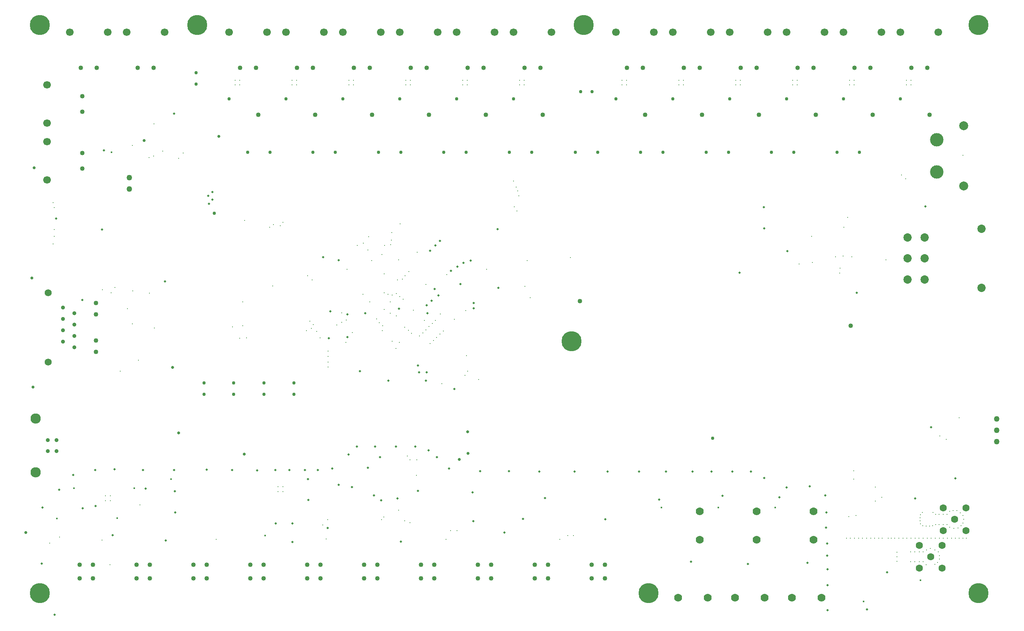
<source format=gbr>
%TF.GenerationSoftware,Altium Limited,Altium Designer,22.3.1 (43)*%
G04 Layer_Color=0*
%FSLAX26Y26*%
%MOIN*%
%TF.SameCoordinates,3F82FC8C-418D-4BEB-B435-CE00796308AD*%
%TF.FilePolarity,Positive*%
%TF.FileFunction,Plated,1,4,PTH,Drill*%
%TF.Part,Single*%
G01*
G75*
%TA.AperFunction,ComponentDrill*%
%ADD234C,0.020000*%
%ADD235C,0.020000*%
%ADD236C,0.090551*%
%ADD237C,0.035433*%
%ADD238C,0.177165*%
%ADD239C,0.062992*%
%ADD240C,0.073000*%
%ADD241C,0.040000*%
%ADD242C,0.070000*%
%ADD243C,0.050000*%
%ADD244C,0.040157*%
%ADD245C,0.066929*%
%ADD246C,0.030000*%
%ADD247C,0.078740*%
%ADD248C,0.118110*%
%ADD249C,0.040000*%
%ADD250C,0.040157*%
%ADD251C,0.066929*%
%ADD252C,0.029528*%
%ADD253C,0.029528*%
%ADD254C,0.062992*%
%ADD255C,0.035039*%
%ADD256C,0.061811*%
%TA.AperFunction,ViaDrill,NotFilled*%
%ADD257C,0.020000*%
%ADD258C,0.010000*%
%ADD259C,0.012000*%
%ADD260C,0.025000*%
%ADD261C,0.030000*%
%ADD262C,0.015000*%
%ADD263C,0.016000*%
D234*
X7613031Y4648032D02*
D03*
X4650000Y3195000D02*
D03*
X4585000D02*
D03*
X4575000Y3255000D02*
D03*
X9033681Y4655327D02*
D03*
X2737626Y4676672D02*
D03*
X2767375Y4714074D02*
D03*
X2729449Y4748453D02*
D03*
X2767375Y4779665D02*
D03*
X3876912Y4181123D02*
D03*
X4315000Y3120000D02*
D03*
X3782235Y1824733D02*
D03*
X3472398Y1865188D02*
D03*
X3325000D02*
D03*
X2180000Y2170000D02*
D03*
D235*
X5335615Y1783753D02*
D03*
X4722379Y3928004D02*
D03*
X4755440Y3872326D02*
D03*
X4948760Y3969762D02*
D03*
X4407375Y3753168D02*
D03*
X4693147Y3825000D02*
D03*
X4651264Y3784487D02*
D03*
X4656387Y3713076D02*
D03*
X5062766Y3758736D02*
D03*
Y3802932D02*
D03*
X4766456Y4350000D02*
D03*
X4728647Y4310000D02*
D03*
X4682051Y4264487D02*
D03*
X5037601Y4178553D02*
D03*
X4975271Y4158000D02*
D03*
X4922268Y4122876D02*
D03*
X4864123Y4088736D02*
D03*
X4110000Y3714047D02*
D03*
X3955000Y3705000D02*
D03*
X3805000Y3730000D02*
D03*
X4645000Y3120000D02*
D03*
X3740668Y4206393D02*
D03*
X3790000Y3495000D02*
D03*
X3955000Y3503534D02*
D03*
X2438347Y2148739D02*
D03*
D236*
X1213858Y2312992D02*
D03*
Y2787008D02*
D03*
D237*
X1320158Y2500787D02*
D03*
Y2599213D02*
D03*
X1398898D02*
D03*
Y2500787D02*
D03*
D238*
X5925000Y3466363D02*
D03*
X9500000Y1250000D02*
D03*
X6030000Y6250000D02*
D03*
X2635000D02*
D03*
X9500000D02*
D03*
X1250000D02*
D03*
X6600000Y1250000D02*
D03*
X1250000D02*
D03*
D239*
X9080000Y1570000D02*
D03*
X8980000Y1670000D02*
D03*
X9180000D02*
D03*
Y1470000D02*
D03*
X8980000D02*
D03*
D240*
X9526869Y4456958D02*
D03*
Y3936958D02*
D03*
X8876869Y4011958D02*
D03*
Y4196958D02*
D03*
Y4381958D02*
D03*
X9026869Y4011958D02*
D03*
Y4196958D02*
D03*
Y4381958D02*
D03*
D241*
X8379286Y3605073D02*
D03*
X5998693Y3820126D02*
D03*
D242*
X8050000Y1720000D02*
D03*
Y1970000D02*
D03*
X8120000Y1210000D02*
D03*
X7860000D02*
D03*
X7050000Y1720000D02*
D03*
Y1970000D02*
D03*
X7120000Y1210000D02*
D03*
X6860000D02*
D03*
X7360000D02*
D03*
X7620000D02*
D03*
X7550000Y1970000D02*
D03*
Y1720000D02*
D03*
D243*
X2038428Y4806425D02*
D03*
Y4906425D02*
D03*
X9660914Y2585000D02*
D03*
Y2785000D02*
D03*
Y2685000D02*
D03*
D244*
X3150000Y5875000D02*
D03*
X3012205D02*
D03*
X2218110Y1381890D02*
D03*
X2100000D02*
D03*
X2218110Y1500000D02*
D03*
X2100000D02*
D03*
X1718110Y1381890D02*
D03*
X1600000D02*
D03*
X1718110Y1500000D02*
D03*
X1600000D02*
D03*
X2600000D02*
D03*
X2718110D02*
D03*
X2600000Y1381890D02*
D03*
X2718110D02*
D03*
X3100000Y1500000D02*
D03*
X3218110D02*
D03*
X3100000Y1381890D02*
D03*
X3218110D02*
D03*
X3600000Y1500000D02*
D03*
X3718110D02*
D03*
X3600000Y1381890D02*
D03*
X3718110D02*
D03*
X4099994Y1499998D02*
D03*
X4218105D02*
D03*
X4099994Y1381888D02*
D03*
X4218105D02*
D03*
X4600000Y1500000D02*
D03*
X4718110D02*
D03*
X4600000Y1381890D02*
D03*
X4718110D02*
D03*
X5099994Y1499998D02*
D03*
X5218105D02*
D03*
X5099994Y1381888D02*
D03*
X5218105D02*
D03*
X5600000Y1500000D02*
D03*
X5718110D02*
D03*
X5600000Y1381890D02*
D03*
X5718110D02*
D03*
X6099994Y1499998D02*
D03*
X6218105D02*
D03*
X6099994Y1381888D02*
D03*
X6218105D02*
D03*
X3650000Y5875000D02*
D03*
X3512205D02*
D03*
X4150000D02*
D03*
X4012205D02*
D03*
X4650000D02*
D03*
X4512205D02*
D03*
X5150000D02*
D03*
X5012205D02*
D03*
X5650000D02*
D03*
X5512205D02*
D03*
X6550000D02*
D03*
X6412205D02*
D03*
X7050000D02*
D03*
X6912205D02*
D03*
X7550000D02*
D03*
X7412205D02*
D03*
X8050000D02*
D03*
X7912205D02*
D03*
X8550000D02*
D03*
X8412205D02*
D03*
X9050000D02*
D03*
X8912205D02*
D03*
X1750000D02*
D03*
X1612205D02*
D03*
X2250000D02*
D03*
X2112205D02*
D03*
D245*
X3248425Y6186417D02*
D03*
X2913780D02*
D03*
X3748425D02*
D03*
X3413780D02*
D03*
X4248425D02*
D03*
X3913780D02*
D03*
X4748425D02*
D03*
X4413779D02*
D03*
X5248425D02*
D03*
X4913779D02*
D03*
X5748425D02*
D03*
X5413779D02*
D03*
X6648425D02*
D03*
X6313779D02*
D03*
X7148425D02*
D03*
X6813779D02*
D03*
X7648425D02*
D03*
X7313779D02*
D03*
X8148425D02*
D03*
X7813779D02*
D03*
X8648425D02*
D03*
X8313780D02*
D03*
X9148425D02*
D03*
X8813780D02*
D03*
X1848425D02*
D03*
X1513780D02*
D03*
X2348425D02*
D03*
X2013780D02*
D03*
D246*
X7681575Y5130000D02*
D03*
X7878425D02*
D03*
X4226575D02*
D03*
X4423425D02*
D03*
X8256575D02*
D03*
X8453425D02*
D03*
X5376575D02*
D03*
X5573425D02*
D03*
X4801575D02*
D03*
X4998425D02*
D03*
X5956575D02*
D03*
X6153425D02*
D03*
X3076575D02*
D03*
X3273425D02*
D03*
X3651575D02*
D03*
X3848425D02*
D03*
X6531575D02*
D03*
X6728425D02*
D03*
X7106575D02*
D03*
X7303425D02*
D03*
D247*
X9370000Y4834252D02*
D03*
Y5365748D02*
D03*
D248*
X9133780Y4958268D02*
D03*
Y5241732D02*
D03*
D249*
X3670000Y5462005D02*
D03*
X4170000D02*
D03*
X4670000D02*
D03*
X5170000D02*
D03*
X5670000D02*
D03*
X6570000D02*
D03*
X7070000D02*
D03*
X7570000D02*
D03*
X8070000D02*
D03*
X8570000D02*
D03*
X9070000D02*
D03*
X3170000D02*
D03*
D250*
X1625000Y5625000D02*
D03*
Y5487205D02*
D03*
Y4987205D02*
D03*
Y5125000D02*
D03*
X1745158Y3474843D02*
D03*
Y3705157D02*
D03*
Y3374843D02*
D03*
Y3805157D02*
D03*
D251*
X1313583Y5723425D02*
D03*
Y5388779D02*
D03*
Y4888779D02*
D03*
Y5223425D02*
D03*
D252*
X2623851Y5831097D02*
D03*
Y5731097D02*
D03*
X2695000Y3100000D02*
D03*
Y3000000D02*
D03*
X2955000Y3100000D02*
D03*
Y3000000D02*
D03*
X3220000Y3100000D02*
D03*
Y3000000D02*
D03*
X3485000Y3100000D02*
D03*
Y3000000D02*
D03*
D253*
X6105000Y5665158D02*
D03*
X6005000D02*
D03*
D254*
X9290000Y1900000D02*
D03*
X9190000Y1800000D02*
D03*
Y2000000D02*
D03*
X9390000D02*
D03*
Y1800000D02*
D03*
D255*
X1555000Y3415000D02*
D03*
Y3515000D02*
D03*
Y3615000D02*
D03*
Y3715000D02*
D03*
X1455000Y3465000D02*
D03*
Y3565000D02*
D03*
Y3665000D02*
D03*
Y3765000D02*
D03*
D256*
X1325079Y3285079D02*
D03*
Y3894921D02*
D03*
D257*
X5279801Y3936700D02*
D03*
X4893022Y3046289D02*
D03*
X4065880Y3205000D02*
D03*
X2431345Y5471903D02*
D03*
X7822041Y4261489D02*
D03*
X7997816Y1519138D02*
D03*
X7475906Y1506339D02*
D03*
X6975906Y1528805D02*
D03*
X7752528Y2095244D02*
D03*
X7251815Y2108748D02*
D03*
X6695431Y2075000D02*
D03*
X6220000Y1901420D02*
D03*
X5497616Y1905000D02*
D03*
X5061220Y1884963D02*
D03*
X4423904Y1703000D02*
D03*
X3472284Y1702375D02*
D03*
X2358583Y1712992D02*
D03*
X2440945Y1962441D02*
D03*
X1889995Y1761501D02*
D03*
X1626063Y1999356D02*
D03*
X5275913Y4455000D02*
D03*
X1815404Y5147373D02*
D03*
X9298535Y2261964D02*
D03*
X8696314Y1433626D02*
D03*
X7618556Y4461659D02*
D03*
X8430013Y3894782D02*
D03*
X1623052Y3831198D02*
D03*
X2349706Y3994496D02*
D03*
X1796551Y4450440D02*
D03*
X7400000Y4070000D02*
D03*
X8521312Y1108584D02*
D03*
X1421699Y2160005D02*
D03*
X1545620Y2289490D02*
D03*
X1736159Y2334213D02*
D03*
X1906599Y2341102D02*
D03*
X1394541Y4547287D02*
D03*
X5690000Y2089304D02*
D03*
X8174376Y1100000D02*
D03*
X8172753Y1320000D02*
D03*
X8174376Y1460000D02*
D03*
X8170560Y1580000D02*
D03*
Y1688000D02*
D03*
X8161564Y1827000D02*
D03*
X8163188Y1961968D02*
D03*
X8945000Y2085851D02*
D03*
X8152761Y2110000D02*
D03*
X7813565Y2181832D02*
D03*
X8018228Y2192677D02*
D03*
X7618376Y2265000D02*
D03*
X7338832Y2320000D02*
D03*
X7499872D02*
D03*
X7154260D02*
D03*
X9085306Y2710000D02*
D03*
X5121663Y2325743D02*
D03*
X5375222D02*
D03*
X6987077Y2320000D02*
D03*
X6242274D02*
D03*
X6518376D02*
D03*
X6753967D02*
D03*
X5642520D02*
D03*
X5949557D02*
D03*
X1269046Y1512559D02*
D03*
X1275109Y2004192D02*
D03*
X1740000Y2017559D02*
D03*
X3160000Y2330441D02*
D03*
X3608228Y2254528D02*
D03*
X3612508Y2071211D02*
D03*
X4189297Y2111772D02*
D03*
X3876349Y2206034D02*
D03*
X3995024Y2182921D02*
D03*
X2718380Y2338518D02*
D03*
X2940896Y2335953D02*
D03*
X3320624Y2334213D02*
D03*
X3443740D02*
D03*
X3579715D02*
D03*
X3696006D02*
D03*
X3820233Y2349141D02*
D03*
X3962990Y2470580D02*
D03*
X4036142Y2540000D02*
D03*
X4134250Y2354053D02*
D03*
X4197585Y2540000D02*
D03*
X2158372Y2335953D02*
D03*
X2432348Y2334213D02*
D03*
X4251000Y2066575D02*
D03*
X4393127Y2084353D02*
D03*
X5054676Y2137654D02*
D03*
X4575000Y2152485D02*
D03*
X4847195Y2349141D02*
D03*
X4242007Y2449126D02*
D03*
X4549660Y2540000D02*
D03*
X4379869D02*
D03*
X4742274Y2446473D02*
D03*
X4667077Y2508162D02*
D03*
X1380669Y1060000D02*
D03*
D258*
X9395000Y1734476D02*
D03*
X9365102D02*
D03*
X9332224D02*
D03*
X9298535D02*
D03*
X9263325D02*
D03*
X9227559D02*
D03*
X9007044Y1961968D02*
D03*
X8990232Y1942539D02*
D03*
Y1860630D02*
D03*
X9070159Y1840000D02*
D03*
X9100490Y1960370D02*
D03*
X8785788Y1530551D02*
D03*
X4828981Y4056047D02*
D03*
X4311450Y3881510D02*
D03*
X4348582Y3873474D02*
D03*
X5560000Y3852528D02*
D03*
X4414393Y3862712D02*
D03*
X4445323Y3838920D02*
D03*
X4332594Y3814810D02*
D03*
X4461876Y4044860D02*
D03*
X4276132Y4059467D02*
D03*
X4438381Y4014546D02*
D03*
X4279100Y3895973D02*
D03*
X4644389Y3968154D02*
D03*
X5515000Y3951885D02*
D03*
X4395876Y4007266D02*
D03*
X4384741Y3886246D02*
D03*
X4494059Y4081885D02*
D03*
X5176872Y4102693D02*
D03*
X4257429Y4230085D02*
D03*
X4405000Y4185000D02*
D03*
X5534685Y4179044D02*
D03*
X2118004Y3300336D02*
D03*
X1959131Y3205000D02*
D03*
X3006181Y3493584D02*
D03*
X3066681Y3496215D02*
D03*
X3785000Y3379579D02*
D03*
X3941119Y3457528D02*
D03*
X3714119Y3496215D02*
D03*
X3785000Y3335236D02*
D03*
Y3242006D02*
D03*
Y3284333D02*
D03*
X3996935Y3543663D02*
D03*
X3644819Y4007266D02*
D03*
X4091090Y3880595D02*
D03*
X3861189Y3610641D02*
D03*
X3904283Y3634211D02*
D03*
X3905072Y3718766D02*
D03*
X3945000Y3655000D02*
D03*
X3952047Y4102693D02*
D03*
X4168342Y4176719D02*
D03*
X3595000Y3560765D02*
D03*
X3683369Y3554819D02*
D03*
X3636858Y3580666D02*
D03*
X3625000Y3645000D02*
D03*
X2945000Y3595869D02*
D03*
X3034778Y3603212D02*
D03*
X3655000Y3615000D02*
D03*
X4995516Y3738227D02*
D03*
X4894939Y3662451D02*
D03*
X4770154Y3708077D02*
D03*
X4672228Y3596722D02*
D03*
X4700067Y3624728D02*
D03*
X4632498Y3652400D02*
D03*
X4727905D02*
D03*
X4490000Y3565000D02*
D03*
X4264992Y3605242D02*
D03*
X4457601Y3590162D02*
D03*
X4381948Y3404387D02*
D03*
X4410543Y3457528D02*
D03*
X4348582Y3466624D02*
D03*
X4517883Y3537030D02*
D03*
X4588560Y3513356D02*
D03*
X4766456Y3530333D02*
D03*
X4617802Y3539792D02*
D03*
X4796613Y3557897D02*
D03*
X4645632Y3567640D02*
D03*
X4682051Y3447704D02*
D03*
X4710781Y3474652D02*
D03*
X4739235Y3501876D02*
D03*
X4332594Y3714450D02*
D03*
X4384741Y3689854D02*
D03*
X4235000Y3630000D02*
D03*
X4210000Y3665000D02*
D03*
X4535000Y3741371D02*
D03*
X4279100Y3747503D02*
D03*
X8908071Y5725591D02*
D03*
Y5762992D02*
D03*
X8868701D02*
D03*
Y5725591D02*
D03*
X8408071D02*
D03*
Y5762992D02*
D03*
X8368701D02*
D03*
Y5725591D02*
D03*
X7908071D02*
D03*
Y5762992D02*
D03*
X7868701D02*
D03*
Y5725591D02*
D03*
X7408071D02*
D03*
Y5762992D02*
D03*
X7368701D02*
D03*
Y5725591D02*
D03*
X6908071D02*
D03*
Y5762992D02*
D03*
X6868701D02*
D03*
Y5725591D02*
D03*
X6408071D02*
D03*
Y5762992D02*
D03*
X6368701D02*
D03*
Y5725591D02*
D03*
X5508071D02*
D03*
Y5762992D02*
D03*
X5468701D02*
D03*
Y5725591D02*
D03*
X5008071D02*
D03*
Y5762992D02*
D03*
X4968701D02*
D03*
Y5725591D02*
D03*
X4508071D02*
D03*
Y5762992D02*
D03*
X4468701D02*
D03*
Y5725591D02*
D03*
X4008071D02*
D03*
Y5762992D02*
D03*
X3968701D02*
D03*
Y5725591D02*
D03*
X3508071D02*
D03*
Y5762992D02*
D03*
X3468701D02*
D03*
Y5725591D02*
D03*
X3008071D02*
D03*
Y5762992D02*
D03*
X2968701D02*
D03*
Y5725591D02*
D03*
X8311488Y4216757D02*
D03*
X4041102Y4310112D02*
D03*
X4093386Y4332112D02*
D03*
X4135006Y4272000D02*
D03*
X4140940Y4389060D02*
D03*
X1800000Y3920000D02*
D03*
X1911331Y3942065D02*
D03*
X2020690Y3755215D02*
D03*
X2063870Y3620475D02*
D03*
X2068791Y3912086D02*
D03*
X2215000Y3890000D02*
D03*
X2063399Y5191022D02*
D03*
X2254429Y5382052D02*
D03*
X2512529Y5123952D02*
D03*
X3034778Y3814296D02*
D03*
X3270000Y4470000D02*
D03*
X3298337Y3955843D02*
D03*
X3304970Y4494203D02*
D03*
X3365000Y4483504D02*
D03*
X3388199Y4515000D02*
D03*
X3603433Y4044860D02*
D03*
X9285987Y1821441D02*
D03*
X9320000Y1824898D02*
D03*
X9247244Y1831634D02*
D03*
X9346875Y1843042D02*
D03*
X9123202Y1855000D02*
D03*
X9153172D02*
D03*
X9189692D02*
D03*
X9225000D02*
D03*
X9365102Y1868409D02*
D03*
X9371896Y1901000D02*
D03*
X9363898Y1935906D02*
D03*
X9123202Y1945000D02*
D03*
X9153172D02*
D03*
X8785000Y1572284D02*
D03*
Y1609631D02*
D03*
X8905000Y1615000D02*
D03*
X8552737Y1734476D02*
D03*
X8446224D02*
D03*
X8410719D02*
D03*
X8623747D02*
D03*
X8765765D02*
D03*
X8517233D02*
D03*
X8339710D02*
D03*
X8375214D02*
D03*
X8481728D02*
D03*
X8707000D02*
D03*
X8588242D02*
D03*
X8735000D02*
D03*
X8801270D02*
D03*
X8836774D02*
D03*
X8872279D02*
D03*
X9042493Y1502402D02*
D03*
X9117130Y1502969D02*
D03*
X9141901Y1521102D02*
D03*
X8905000Y1528976D02*
D03*
X8942202D02*
D03*
X8980000D02*
D03*
X9015000D02*
D03*
X9157441Y1551614D02*
D03*
Y1580977D02*
D03*
X8942202Y1615000D02*
D03*
X9015000D02*
D03*
X8980000D02*
D03*
X9147441Y1616063D02*
D03*
X9116569Y1632323D02*
D03*
X9043264D02*
D03*
X9078512Y1645102D02*
D03*
X8907783Y1734476D02*
D03*
X8943288D02*
D03*
X8978793D02*
D03*
X9191820D02*
D03*
X9156316D02*
D03*
X9120811D02*
D03*
X9049802D02*
D03*
X9014297D02*
D03*
X9085306D02*
D03*
X8653000D02*
D03*
X9040000Y1840000D02*
D03*
X9097477Y1843995D02*
D03*
X9011367Y1843042D02*
D03*
X8987493Y1887401D02*
D03*
X8988264Y1915148D02*
D03*
X8360000Y1925000D02*
D03*
X8425000Y1935906D02*
D03*
X8595000Y2060995D02*
D03*
X8650000Y2095000D02*
D03*
X8595000Y2184465D02*
D03*
X8405000Y2255331D02*
D03*
Y2326197D02*
D03*
X9189692Y1945000D02*
D03*
X9225000D02*
D03*
X9339527Y1958958D02*
D03*
X9248475Y1969706D02*
D03*
X9276401Y1979087D02*
D03*
X9310551D02*
D03*
X9217459Y2603153D02*
D03*
X9159809Y2635271D02*
D03*
X9331163Y2794720D02*
D03*
X4280248Y4310112D02*
D03*
X4333244Y4316856D02*
D03*
X4340541Y4356513D02*
D03*
X4343670Y4423777D02*
D03*
X4418916Y4499472D02*
D03*
X5413779Y4879045D02*
D03*
X5419478Y4650000D02*
D03*
X5439177Y4825000D02*
D03*
X5443701Y4615000D02*
D03*
X5450000Y4790000D02*
D03*
X5459449Y4747981D02*
D03*
X5915080Y4205000D02*
D03*
X7925458Y4146187D02*
D03*
X8281149Y4066778D02*
D03*
X8283445Y4110931D02*
D03*
X8039575Y4160546D02*
D03*
X8243228Y4210883D02*
D03*
X8387739Y4212509D02*
D03*
X1339331Y1691772D02*
D03*
X1424209Y1743566D02*
D03*
X1796063Y1716552D02*
D03*
X1868503Y1502309D02*
D03*
X3738315Y1851066D02*
D03*
X3780000Y1897500D02*
D03*
X4404308Y1980000D02*
D03*
X4560746Y2287133D02*
D03*
X4505000Y2425000D02*
D03*
X4565000D02*
D03*
X4480315Y2456102D02*
D03*
X4783583Y3095000D02*
D03*
X5107273Y3130000D02*
D03*
X4988254Y3167994D02*
D03*
X5010530Y3205000D02*
D03*
X5000082Y3339842D02*
D03*
X4254916Y1897500D02*
D03*
X4275197Y1920952D02*
D03*
X1828347Y2063346D02*
D03*
Y2106653D02*
D03*
X1871653Y2063346D02*
D03*
Y2106653D02*
D03*
X3343347Y2186653D02*
D03*
X3386654D02*
D03*
X3343347Y2143347D02*
D03*
X3386654D02*
D03*
D259*
X4567309Y4252082D02*
D03*
X4151916Y3814810D02*
D03*
X4260468Y3560318D02*
D03*
X8861981Y4896698D02*
D03*
X8825904Y4931034D02*
D03*
X1367374Y4326066D02*
D03*
X1369086Y4688712D02*
D03*
X1378791Y4389808D02*
D03*
Y4450440D02*
D03*
Y4645318D02*
D03*
X1877266Y3893034D02*
D03*
X2210416Y5084149D02*
D03*
X2249991Y5096966D02*
D03*
X2330167Y5140952D02*
D03*
X2471362Y5078899D02*
D03*
X3050205Y4530000D02*
D03*
X5942521Y1757164D02*
D03*
X5892126Y1757559D02*
D03*
X5821260Y1725000D02*
D03*
X8034000Y4392539D02*
D03*
X8687005Y4185000D02*
D03*
X8316692Y4471435D02*
D03*
X8352250Y4559033D02*
D03*
X9363593Y5103898D02*
D03*
X2130083Y2027057D02*
D03*
X2256221Y3583095D02*
D03*
X3769210Y1727192D02*
D03*
X2800787Y1725000D02*
D03*
X4458110Y1887102D02*
D03*
X4862338Y1800000D02*
D03*
X4917793D02*
D03*
X4504331Y1872756D02*
D03*
X4821260Y1725000D02*
D03*
D260*
X2416401Y3236727D02*
D03*
X2469762Y2661184D02*
D03*
X2825238Y5269580D02*
D03*
X2169099Y5233814D02*
D03*
X1182402Y4025000D02*
D03*
X1200000Y4995000D02*
D03*
X1190000Y3065000D02*
D03*
X1127799Y1783228D02*
D03*
X3047307Y2473789D02*
D03*
X4937953Y2426645D02*
D03*
X5012691Y2481937D02*
D03*
X5009487Y2670000D02*
D03*
D261*
X4413779Y5600000D02*
D03*
X2785697Y4594684D02*
D03*
X3413780Y5600000D02*
D03*
X2913780D02*
D03*
X3913780D02*
D03*
X7165742Y2615000D02*
D03*
X4913779Y5600000D02*
D03*
X6813779D02*
D03*
X5413779D02*
D03*
X6313779D02*
D03*
X7313779D02*
D03*
X7813779D02*
D03*
X8813780D02*
D03*
X8313780D02*
D03*
D262*
X1881406Y5132744D02*
D03*
X6714931Y2005000D02*
D03*
X7714931D02*
D03*
X7214931D02*
D03*
X1400000Y1909405D02*
D03*
X1930651Y1909562D02*
D03*
X3230114Y1758886D02*
D03*
D263*
X8490000Y1177598D02*
D03*
X8992528Y1365472D02*
D03*
X1550000Y2175551D02*
D03*
X2080000D02*
D03*
X2405551Y2254247D02*
D03*
%TF.MD5,49d374b51ffdb4f48544a1e15fc16fe9*%
M02*

</source>
